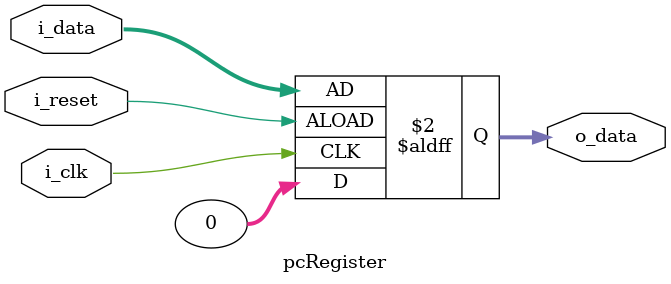
<source format=sv>
`timescale 1ns/1ps
module pcRegister(
    input logic [31:0] i_data,
    input logic i_clk,
    input logic i_reset,
    output logic [31:0] o_data
);
always @(posedge i_clk or negedge i_reset) begin
    if(i_reset) begin 
        o_data <= 32'd0;
    end else begin 
        o_data <= i_data;
    end
end
endmodule

</source>
